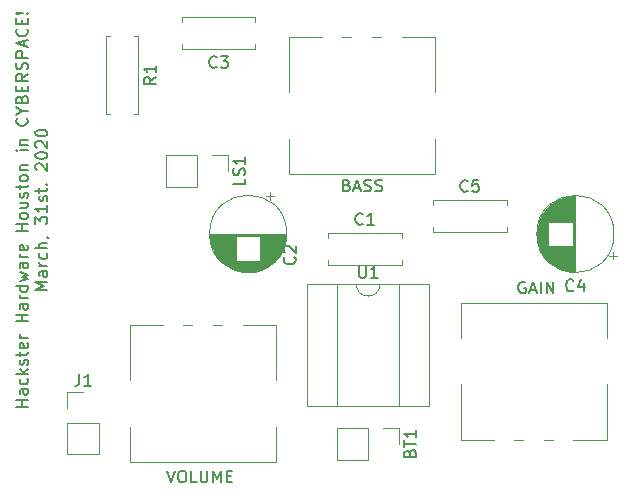
<source format=gbr>
G04 #@! TF.GenerationSoftware,KiCad,Pcbnew,5.1.5-52549c5~84~ubuntu18.04.1*
G04 #@! TF.CreationDate,2020-03-24T22:40:52-05:00*
G04 #@! TF.ProjectId,lm386-guitaramp,6c6d3338-362d-4677-9569-746172616d70,rev?*
G04 #@! TF.SameCoordinates,Original*
G04 #@! TF.FileFunction,Legend,Top*
G04 #@! TF.FilePolarity,Positive*
%FSLAX46Y46*%
G04 Gerber Fmt 4.6, Leading zero omitted, Abs format (unit mm)*
G04 Created by KiCad (PCBNEW 5.1.5-52549c5~84~ubuntu18.04.1) date 2020-03-24 22:40:52*
%MOMM*%
%LPD*%
G04 APERTURE LIST*
%ADD10C,0.150000*%
%ADD11C,0.120000*%
G04 APERTURE END LIST*
D10*
X206891380Y-135030666D02*
X205891380Y-135030666D01*
X206367571Y-135030666D02*
X206367571Y-134459238D01*
X206891380Y-134459238D02*
X205891380Y-134459238D01*
X206891380Y-133554476D02*
X206367571Y-133554476D01*
X206272333Y-133602095D01*
X206224714Y-133697333D01*
X206224714Y-133887809D01*
X206272333Y-133983047D01*
X206843761Y-133554476D02*
X206891380Y-133649714D01*
X206891380Y-133887809D01*
X206843761Y-133983047D01*
X206748523Y-134030666D01*
X206653285Y-134030666D01*
X206558047Y-133983047D01*
X206510428Y-133887809D01*
X206510428Y-133649714D01*
X206462809Y-133554476D01*
X206843761Y-132649714D02*
X206891380Y-132744952D01*
X206891380Y-132935428D01*
X206843761Y-133030666D01*
X206796142Y-133078285D01*
X206700904Y-133125904D01*
X206415190Y-133125904D01*
X206319952Y-133078285D01*
X206272333Y-133030666D01*
X206224714Y-132935428D01*
X206224714Y-132744952D01*
X206272333Y-132649714D01*
X206891380Y-132221142D02*
X205891380Y-132221142D01*
X206510428Y-132125904D02*
X206891380Y-131840190D01*
X206224714Y-131840190D02*
X206605666Y-132221142D01*
X206843761Y-131459238D02*
X206891380Y-131364000D01*
X206891380Y-131173523D01*
X206843761Y-131078285D01*
X206748523Y-131030666D01*
X206700904Y-131030666D01*
X206605666Y-131078285D01*
X206558047Y-131173523D01*
X206558047Y-131316380D01*
X206510428Y-131411619D01*
X206415190Y-131459238D01*
X206367571Y-131459238D01*
X206272333Y-131411619D01*
X206224714Y-131316380D01*
X206224714Y-131173523D01*
X206272333Y-131078285D01*
X206224714Y-130744952D02*
X206224714Y-130364000D01*
X205891380Y-130602095D02*
X206748523Y-130602095D01*
X206843761Y-130554476D01*
X206891380Y-130459238D01*
X206891380Y-130364000D01*
X206843761Y-129649714D02*
X206891380Y-129744952D01*
X206891380Y-129935428D01*
X206843761Y-130030666D01*
X206748523Y-130078285D01*
X206367571Y-130078285D01*
X206272333Y-130030666D01*
X206224714Y-129935428D01*
X206224714Y-129744952D01*
X206272333Y-129649714D01*
X206367571Y-129602095D01*
X206462809Y-129602095D01*
X206558047Y-130078285D01*
X206891380Y-129173523D02*
X206224714Y-129173523D01*
X206415190Y-129173523D02*
X206319952Y-129125904D01*
X206272333Y-129078285D01*
X206224714Y-128983047D01*
X206224714Y-128887809D01*
X206891380Y-127792571D02*
X205891380Y-127792571D01*
X206367571Y-127792571D02*
X206367571Y-127221142D01*
X206891380Y-127221142D02*
X205891380Y-127221142D01*
X206891380Y-126316380D02*
X206367571Y-126316380D01*
X206272333Y-126364000D01*
X206224714Y-126459238D01*
X206224714Y-126649714D01*
X206272333Y-126744952D01*
X206843761Y-126316380D02*
X206891380Y-126411619D01*
X206891380Y-126649714D01*
X206843761Y-126744952D01*
X206748523Y-126792571D01*
X206653285Y-126792571D01*
X206558047Y-126744952D01*
X206510428Y-126649714D01*
X206510428Y-126411619D01*
X206462809Y-126316380D01*
X206891380Y-125840190D02*
X206224714Y-125840190D01*
X206415190Y-125840190D02*
X206319952Y-125792571D01*
X206272333Y-125744952D01*
X206224714Y-125649714D01*
X206224714Y-125554476D01*
X206891380Y-124792571D02*
X205891380Y-124792571D01*
X206843761Y-124792571D02*
X206891380Y-124887809D01*
X206891380Y-125078285D01*
X206843761Y-125173523D01*
X206796142Y-125221142D01*
X206700904Y-125268761D01*
X206415190Y-125268761D01*
X206319952Y-125221142D01*
X206272333Y-125173523D01*
X206224714Y-125078285D01*
X206224714Y-124887809D01*
X206272333Y-124792571D01*
X206224714Y-124411619D02*
X206891380Y-124221142D01*
X206415190Y-124030666D01*
X206891380Y-123840190D01*
X206224714Y-123649714D01*
X206891380Y-122840190D02*
X206367571Y-122840190D01*
X206272333Y-122887809D01*
X206224714Y-122983047D01*
X206224714Y-123173523D01*
X206272333Y-123268761D01*
X206843761Y-122840190D02*
X206891380Y-122935428D01*
X206891380Y-123173523D01*
X206843761Y-123268761D01*
X206748523Y-123316380D01*
X206653285Y-123316380D01*
X206558047Y-123268761D01*
X206510428Y-123173523D01*
X206510428Y-122935428D01*
X206462809Y-122840190D01*
X206891380Y-122364000D02*
X206224714Y-122364000D01*
X206415190Y-122364000D02*
X206319952Y-122316380D01*
X206272333Y-122268761D01*
X206224714Y-122173523D01*
X206224714Y-122078285D01*
X206843761Y-121364000D02*
X206891380Y-121459238D01*
X206891380Y-121649714D01*
X206843761Y-121744952D01*
X206748523Y-121792571D01*
X206367571Y-121792571D01*
X206272333Y-121744952D01*
X206224714Y-121649714D01*
X206224714Y-121459238D01*
X206272333Y-121364000D01*
X206367571Y-121316380D01*
X206462809Y-121316380D01*
X206558047Y-121792571D01*
X206891380Y-120125904D02*
X205891380Y-120125904D01*
X206367571Y-120125904D02*
X206367571Y-119554476D01*
X206891380Y-119554476D02*
X205891380Y-119554476D01*
X206891380Y-118935428D02*
X206843761Y-119030666D01*
X206796142Y-119078285D01*
X206700904Y-119125904D01*
X206415190Y-119125904D01*
X206319952Y-119078285D01*
X206272333Y-119030666D01*
X206224714Y-118935428D01*
X206224714Y-118792571D01*
X206272333Y-118697333D01*
X206319952Y-118649714D01*
X206415190Y-118602095D01*
X206700904Y-118602095D01*
X206796142Y-118649714D01*
X206843761Y-118697333D01*
X206891380Y-118792571D01*
X206891380Y-118935428D01*
X206224714Y-117744952D02*
X206891380Y-117744952D01*
X206224714Y-118173523D02*
X206748523Y-118173523D01*
X206843761Y-118125904D01*
X206891380Y-118030666D01*
X206891380Y-117887809D01*
X206843761Y-117792571D01*
X206796142Y-117744952D01*
X206843761Y-117316380D02*
X206891380Y-117221142D01*
X206891380Y-117030666D01*
X206843761Y-116935428D01*
X206748523Y-116887809D01*
X206700904Y-116887809D01*
X206605666Y-116935428D01*
X206558047Y-117030666D01*
X206558047Y-117173523D01*
X206510428Y-117268761D01*
X206415190Y-117316380D01*
X206367571Y-117316380D01*
X206272333Y-117268761D01*
X206224714Y-117173523D01*
X206224714Y-117030666D01*
X206272333Y-116935428D01*
X206224714Y-116602095D02*
X206224714Y-116221142D01*
X205891380Y-116459238D02*
X206748523Y-116459238D01*
X206843761Y-116411619D01*
X206891380Y-116316380D01*
X206891380Y-116221142D01*
X206891380Y-115744952D02*
X206843761Y-115840190D01*
X206796142Y-115887809D01*
X206700904Y-115935428D01*
X206415190Y-115935428D01*
X206319952Y-115887809D01*
X206272333Y-115840190D01*
X206224714Y-115744952D01*
X206224714Y-115602095D01*
X206272333Y-115506857D01*
X206319952Y-115459238D01*
X206415190Y-115411619D01*
X206700904Y-115411619D01*
X206796142Y-115459238D01*
X206843761Y-115506857D01*
X206891380Y-115602095D01*
X206891380Y-115744952D01*
X206224714Y-114983047D02*
X206891380Y-114983047D01*
X206319952Y-114983047D02*
X206272333Y-114935428D01*
X206224714Y-114840190D01*
X206224714Y-114697333D01*
X206272333Y-114602095D01*
X206367571Y-114554476D01*
X206891380Y-114554476D01*
X206891380Y-113316380D02*
X206224714Y-113316380D01*
X205891380Y-113316380D02*
X205939000Y-113364000D01*
X205986619Y-113316380D01*
X205939000Y-113268761D01*
X205891380Y-113316380D01*
X205986619Y-113316380D01*
X206224714Y-112840190D02*
X206891380Y-112840190D01*
X206319952Y-112840190D02*
X206272333Y-112792571D01*
X206224714Y-112697333D01*
X206224714Y-112554476D01*
X206272333Y-112459238D01*
X206367571Y-112411619D01*
X206891380Y-112411619D01*
X206796142Y-110602095D02*
X206843761Y-110649714D01*
X206891380Y-110792571D01*
X206891380Y-110887809D01*
X206843761Y-111030666D01*
X206748523Y-111125904D01*
X206653285Y-111173523D01*
X206462809Y-111221142D01*
X206319952Y-111221142D01*
X206129476Y-111173523D01*
X206034238Y-111125904D01*
X205939000Y-111030666D01*
X205891380Y-110887809D01*
X205891380Y-110792571D01*
X205939000Y-110649714D01*
X205986619Y-110602095D01*
X206415190Y-109983047D02*
X206891380Y-109983047D01*
X205891380Y-110316380D02*
X206415190Y-109983047D01*
X205891380Y-109649714D01*
X206367571Y-108983047D02*
X206415190Y-108840190D01*
X206462809Y-108792571D01*
X206558047Y-108744952D01*
X206700904Y-108744952D01*
X206796142Y-108792571D01*
X206843761Y-108840190D01*
X206891380Y-108935428D01*
X206891380Y-109316380D01*
X205891380Y-109316380D01*
X205891380Y-108983047D01*
X205939000Y-108887809D01*
X205986619Y-108840190D01*
X206081857Y-108792571D01*
X206177095Y-108792571D01*
X206272333Y-108840190D01*
X206319952Y-108887809D01*
X206367571Y-108983047D01*
X206367571Y-109316380D01*
X206367571Y-108316380D02*
X206367571Y-107983047D01*
X206891380Y-107840190D02*
X206891380Y-108316380D01*
X205891380Y-108316380D01*
X205891380Y-107840190D01*
X206891380Y-106840190D02*
X206415190Y-107173523D01*
X206891380Y-107411619D02*
X205891380Y-107411619D01*
X205891380Y-107030666D01*
X205939000Y-106935428D01*
X205986619Y-106887809D01*
X206081857Y-106840190D01*
X206224714Y-106840190D01*
X206319952Y-106887809D01*
X206367571Y-106935428D01*
X206415190Y-107030666D01*
X206415190Y-107411619D01*
X206843761Y-106459238D02*
X206891380Y-106316380D01*
X206891380Y-106078285D01*
X206843761Y-105983047D01*
X206796142Y-105935428D01*
X206700904Y-105887809D01*
X206605666Y-105887809D01*
X206510428Y-105935428D01*
X206462809Y-105983047D01*
X206415190Y-106078285D01*
X206367571Y-106268761D01*
X206319952Y-106364000D01*
X206272333Y-106411619D01*
X206177095Y-106459238D01*
X206081857Y-106459238D01*
X205986619Y-106411619D01*
X205939000Y-106364000D01*
X205891380Y-106268761D01*
X205891380Y-106030666D01*
X205939000Y-105887809D01*
X206891380Y-105459238D02*
X205891380Y-105459238D01*
X205891380Y-105078285D01*
X205939000Y-104983047D01*
X205986619Y-104935428D01*
X206081857Y-104887809D01*
X206224714Y-104887809D01*
X206319952Y-104935428D01*
X206367571Y-104983047D01*
X206415190Y-105078285D01*
X206415190Y-105459238D01*
X206605666Y-104506857D02*
X206605666Y-104030666D01*
X206891380Y-104602095D02*
X205891380Y-104268761D01*
X206891380Y-103935428D01*
X206796142Y-103030666D02*
X206843761Y-103078285D01*
X206891380Y-103221142D01*
X206891380Y-103316380D01*
X206843761Y-103459238D01*
X206748523Y-103554476D01*
X206653285Y-103602095D01*
X206462809Y-103649714D01*
X206319952Y-103649714D01*
X206129476Y-103602095D01*
X206034238Y-103554476D01*
X205939000Y-103459238D01*
X205891380Y-103316380D01*
X205891380Y-103221142D01*
X205939000Y-103078285D01*
X205986619Y-103030666D01*
X206367571Y-102602095D02*
X206367571Y-102268761D01*
X206891380Y-102125904D02*
X206891380Y-102602095D01*
X205891380Y-102602095D01*
X205891380Y-102125904D01*
X206796142Y-101697333D02*
X206843761Y-101649714D01*
X206891380Y-101697333D01*
X206843761Y-101744952D01*
X206796142Y-101697333D01*
X206891380Y-101697333D01*
X206510428Y-101697333D02*
X205939000Y-101744952D01*
X205891380Y-101697333D01*
X205939000Y-101649714D01*
X206510428Y-101697333D01*
X205891380Y-101697333D01*
X208541380Y-125125904D02*
X207541380Y-125125904D01*
X208255666Y-124792571D01*
X207541380Y-124459238D01*
X208541380Y-124459238D01*
X208541380Y-123554476D02*
X208017571Y-123554476D01*
X207922333Y-123602095D01*
X207874714Y-123697333D01*
X207874714Y-123887809D01*
X207922333Y-123983047D01*
X208493761Y-123554476D02*
X208541380Y-123649714D01*
X208541380Y-123887809D01*
X208493761Y-123983047D01*
X208398523Y-124030666D01*
X208303285Y-124030666D01*
X208208047Y-123983047D01*
X208160428Y-123887809D01*
X208160428Y-123649714D01*
X208112809Y-123554476D01*
X208541380Y-123078285D02*
X207874714Y-123078285D01*
X208065190Y-123078285D02*
X207969952Y-123030666D01*
X207922333Y-122983047D01*
X207874714Y-122887809D01*
X207874714Y-122792571D01*
X208493761Y-122030666D02*
X208541380Y-122125904D01*
X208541380Y-122316380D01*
X208493761Y-122411619D01*
X208446142Y-122459238D01*
X208350904Y-122506857D01*
X208065190Y-122506857D01*
X207969952Y-122459238D01*
X207922333Y-122411619D01*
X207874714Y-122316380D01*
X207874714Y-122125904D01*
X207922333Y-122030666D01*
X208541380Y-121602095D02*
X207541380Y-121602095D01*
X208541380Y-121173523D02*
X208017571Y-121173523D01*
X207922333Y-121221142D01*
X207874714Y-121316380D01*
X207874714Y-121459238D01*
X207922333Y-121554476D01*
X207969952Y-121602095D01*
X208493761Y-120649714D02*
X208541380Y-120649714D01*
X208636619Y-120697333D01*
X208684238Y-120744952D01*
X207541380Y-119554476D02*
X207541380Y-118935428D01*
X207922333Y-119268761D01*
X207922333Y-119125904D01*
X207969952Y-119030666D01*
X208017571Y-118983047D01*
X208112809Y-118935428D01*
X208350904Y-118935428D01*
X208446142Y-118983047D01*
X208493761Y-119030666D01*
X208541380Y-119125904D01*
X208541380Y-119411619D01*
X208493761Y-119506857D01*
X208446142Y-119554476D01*
X208541380Y-117983047D02*
X208541380Y-118554476D01*
X208541380Y-118268761D02*
X207541380Y-118268761D01*
X207684238Y-118364000D01*
X207779476Y-118459238D01*
X207827095Y-118554476D01*
X208493761Y-117602095D02*
X208541380Y-117506857D01*
X208541380Y-117316380D01*
X208493761Y-117221142D01*
X208398523Y-117173523D01*
X208350904Y-117173523D01*
X208255666Y-117221142D01*
X208208047Y-117316380D01*
X208208047Y-117459238D01*
X208160428Y-117554476D01*
X208065190Y-117602095D01*
X208017571Y-117602095D01*
X207922333Y-117554476D01*
X207874714Y-117459238D01*
X207874714Y-117316380D01*
X207922333Y-117221142D01*
X207874714Y-116887809D02*
X207874714Y-116506857D01*
X207541380Y-116744952D02*
X208398523Y-116744952D01*
X208493761Y-116697333D01*
X208541380Y-116602095D01*
X208541380Y-116506857D01*
X208446142Y-116173523D02*
X208493761Y-116125904D01*
X208541380Y-116173523D01*
X208493761Y-116221142D01*
X208446142Y-116173523D01*
X208541380Y-116173523D01*
X207636619Y-114983047D02*
X207589000Y-114935428D01*
X207541380Y-114840190D01*
X207541380Y-114602095D01*
X207589000Y-114506857D01*
X207636619Y-114459238D01*
X207731857Y-114411619D01*
X207827095Y-114411619D01*
X207969952Y-114459238D01*
X208541380Y-115030666D01*
X208541380Y-114411619D01*
X207541380Y-113792571D02*
X207541380Y-113697333D01*
X207589000Y-113602095D01*
X207636619Y-113554476D01*
X207731857Y-113506857D01*
X207922333Y-113459238D01*
X208160428Y-113459238D01*
X208350904Y-113506857D01*
X208446142Y-113554476D01*
X208493761Y-113602095D01*
X208541380Y-113697333D01*
X208541380Y-113792571D01*
X208493761Y-113887809D01*
X208446142Y-113935428D01*
X208350904Y-113983047D01*
X208160428Y-114030666D01*
X207922333Y-114030666D01*
X207731857Y-113983047D01*
X207636619Y-113935428D01*
X207589000Y-113887809D01*
X207541380Y-113792571D01*
X207636619Y-113078285D02*
X207589000Y-113030666D01*
X207541380Y-112935428D01*
X207541380Y-112697333D01*
X207589000Y-112602095D01*
X207636619Y-112554476D01*
X207731857Y-112506857D01*
X207827095Y-112506857D01*
X207969952Y-112554476D01*
X208541380Y-113125904D01*
X208541380Y-112506857D01*
X207541380Y-111887809D02*
X207541380Y-111792571D01*
X207589000Y-111697333D01*
X207636619Y-111649714D01*
X207731857Y-111602095D01*
X207922333Y-111554476D01*
X208160428Y-111554476D01*
X208350904Y-111602095D01*
X208446142Y-111649714D01*
X208493761Y-111697333D01*
X208541380Y-111792571D01*
X208541380Y-111887809D01*
X208493761Y-111983047D01*
X208446142Y-112030666D01*
X208350904Y-112078285D01*
X208160428Y-112125904D01*
X207922333Y-112125904D01*
X207731857Y-112078285D01*
X207636619Y-112030666D01*
X207589000Y-111983047D01*
X207541380Y-111887809D01*
D11*
X233112000Y-136846000D02*
X233112000Y-139506000D01*
X235712000Y-136846000D02*
X233112000Y-136846000D01*
X235712000Y-139506000D02*
X233112000Y-139506000D01*
X235712000Y-136846000D02*
X235712000Y-139506000D01*
X236982000Y-136846000D02*
X238312000Y-136846000D01*
X238312000Y-136846000D02*
X238312000Y-138176000D01*
X238538000Y-122591000D02*
X238538000Y-123036000D01*
X238538000Y-120296000D02*
X238538000Y-120741000D01*
X232298000Y-122591000D02*
X232298000Y-123036000D01*
X232298000Y-120296000D02*
X232298000Y-120741000D01*
X232298000Y-123036000D02*
X238538000Y-123036000D01*
X232298000Y-120296000D02*
X238538000Y-120296000D01*
X226172000Y-104748000D02*
X219932000Y-104748000D01*
X226172000Y-102008000D02*
X219932000Y-102008000D01*
X226172000Y-104748000D02*
X226172000Y-104303000D01*
X226172000Y-102453000D02*
X226172000Y-102008000D01*
X219932000Y-104748000D02*
X219932000Y-104303000D01*
X219932000Y-102453000D02*
X219932000Y-102008000D01*
X241188000Y-117502000D02*
X247428000Y-117502000D01*
X241188000Y-120242000D02*
X247428000Y-120242000D01*
X241188000Y-117502000D02*
X241188000Y-117947000D01*
X241188000Y-119797000D02*
X241188000Y-120242000D01*
X247428000Y-117502000D02*
X247428000Y-117947000D01*
X247428000Y-119797000D02*
X247428000Y-120242000D01*
X210252000Y-138998000D02*
X212912000Y-138998000D01*
X210252000Y-136398000D02*
X210252000Y-138998000D01*
X212912000Y-136398000D02*
X212912000Y-138998000D01*
X210252000Y-136398000D02*
X212912000Y-136398000D01*
X210252000Y-135128000D02*
X210252000Y-133798000D01*
X210252000Y-133798000D02*
X211582000Y-133798000D01*
X223834000Y-113732000D02*
X223834000Y-115062000D01*
X222504000Y-113732000D02*
X223834000Y-113732000D01*
X221234000Y-113732000D02*
X221234000Y-116392000D01*
X221234000Y-116392000D02*
X218634000Y-116392000D01*
X221234000Y-113732000D02*
X218634000Y-113732000D01*
X218634000Y-113732000D02*
X218634000Y-116392000D01*
X236712000Y-124654000D02*
G75*
G02X234712000Y-124654000I-1000000J0D01*
G01*
X234712000Y-124654000D02*
X233062000Y-124654000D01*
X233062000Y-124654000D02*
X233062000Y-134934000D01*
X233062000Y-134934000D02*
X238362000Y-134934000D01*
X238362000Y-134934000D02*
X238362000Y-124654000D01*
X238362000Y-124654000D02*
X236712000Y-124654000D01*
X230572000Y-124594000D02*
X230572000Y-134994000D01*
X230572000Y-134994000D02*
X240852000Y-134994000D01*
X240852000Y-134994000D02*
X240852000Y-124594000D01*
X240852000Y-124594000D02*
X230572000Y-124594000D01*
X241334000Y-103750000D02*
X241334000Y-108416000D01*
X241334000Y-112325000D02*
X241334000Y-115340000D01*
X228994000Y-103750000D02*
X228994000Y-108416000D01*
X228994000Y-112325000D02*
X228994000Y-115340000D01*
X241334000Y-103750000D02*
X238535000Y-103750000D01*
X236793000Y-103750000D02*
X236034000Y-103750000D01*
X234293000Y-103750000D02*
X233534000Y-103750000D01*
X231794000Y-103750000D02*
X228994000Y-103750000D01*
X241334000Y-115340000D02*
X228994000Y-115340000D01*
X228822000Y-120376000D02*
G75*
G03X228822000Y-120376000I-3270000J0D01*
G01*
X228782000Y-120376000D02*
X222322000Y-120376000D01*
X228782000Y-120416000D02*
X222322000Y-120416000D01*
X228782000Y-120456000D02*
X222322000Y-120456000D01*
X228780000Y-120496000D02*
X222324000Y-120496000D01*
X228779000Y-120536000D02*
X222325000Y-120536000D01*
X228776000Y-120576000D02*
X222328000Y-120576000D01*
X228774000Y-120616000D02*
X226592000Y-120616000D01*
X224512000Y-120616000D02*
X222330000Y-120616000D01*
X228770000Y-120656000D02*
X226592000Y-120656000D01*
X224512000Y-120656000D02*
X222334000Y-120656000D01*
X228767000Y-120696000D02*
X226592000Y-120696000D01*
X224512000Y-120696000D02*
X222337000Y-120696000D01*
X228763000Y-120736000D02*
X226592000Y-120736000D01*
X224512000Y-120736000D02*
X222341000Y-120736000D01*
X228758000Y-120776000D02*
X226592000Y-120776000D01*
X224512000Y-120776000D02*
X222346000Y-120776000D01*
X228753000Y-120816000D02*
X226592000Y-120816000D01*
X224512000Y-120816000D02*
X222351000Y-120816000D01*
X228747000Y-120856000D02*
X226592000Y-120856000D01*
X224512000Y-120856000D02*
X222357000Y-120856000D01*
X228741000Y-120896000D02*
X226592000Y-120896000D01*
X224512000Y-120896000D02*
X222363000Y-120896000D01*
X228734000Y-120936000D02*
X226592000Y-120936000D01*
X224512000Y-120936000D02*
X222370000Y-120936000D01*
X228727000Y-120976000D02*
X226592000Y-120976000D01*
X224512000Y-120976000D02*
X222377000Y-120976000D01*
X228719000Y-121016000D02*
X226592000Y-121016000D01*
X224512000Y-121016000D02*
X222385000Y-121016000D01*
X228711000Y-121056000D02*
X226592000Y-121056000D01*
X224512000Y-121056000D02*
X222393000Y-121056000D01*
X228702000Y-121097000D02*
X226592000Y-121097000D01*
X224512000Y-121097000D02*
X222402000Y-121097000D01*
X228693000Y-121137000D02*
X226592000Y-121137000D01*
X224512000Y-121137000D02*
X222411000Y-121137000D01*
X228683000Y-121177000D02*
X226592000Y-121177000D01*
X224512000Y-121177000D02*
X222421000Y-121177000D01*
X228673000Y-121217000D02*
X226592000Y-121217000D01*
X224512000Y-121217000D02*
X222431000Y-121217000D01*
X228662000Y-121257000D02*
X226592000Y-121257000D01*
X224512000Y-121257000D02*
X222442000Y-121257000D01*
X228650000Y-121297000D02*
X226592000Y-121297000D01*
X224512000Y-121297000D02*
X222454000Y-121297000D01*
X228638000Y-121337000D02*
X226592000Y-121337000D01*
X224512000Y-121337000D02*
X222466000Y-121337000D01*
X228626000Y-121377000D02*
X226592000Y-121377000D01*
X224512000Y-121377000D02*
X222478000Y-121377000D01*
X228613000Y-121417000D02*
X226592000Y-121417000D01*
X224512000Y-121417000D02*
X222491000Y-121417000D01*
X228599000Y-121457000D02*
X226592000Y-121457000D01*
X224512000Y-121457000D02*
X222505000Y-121457000D01*
X228585000Y-121497000D02*
X226592000Y-121497000D01*
X224512000Y-121497000D02*
X222519000Y-121497000D01*
X228570000Y-121537000D02*
X226592000Y-121537000D01*
X224512000Y-121537000D02*
X222534000Y-121537000D01*
X228554000Y-121577000D02*
X226592000Y-121577000D01*
X224512000Y-121577000D02*
X222550000Y-121577000D01*
X228538000Y-121617000D02*
X226592000Y-121617000D01*
X224512000Y-121617000D02*
X222566000Y-121617000D01*
X228522000Y-121657000D02*
X226592000Y-121657000D01*
X224512000Y-121657000D02*
X222582000Y-121657000D01*
X228504000Y-121697000D02*
X226592000Y-121697000D01*
X224512000Y-121697000D02*
X222600000Y-121697000D01*
X228486000Y-121737000D02*
X226592000Y-121737000D01*
X224512000Y-121737000D02*
X222618000Y-121737000D01*
X228468000Y-121777000D02*
X226592000Y-121777000D01*
X224512000Y-121777000D02*
X222636000Y-121777000D01*
X228448000Y-121817000D02*
X226592000Y-121817000D01*
X224512000Y-121817000D02*
X222656000Y-121817000D01*
X228428000Y-121857000D02*
X226592000Y-121857000D01*
X224512000Y-121857000D02*
X222676000Y-121857000D01*
X228408000Y-121897000D02*
X226592000Y-121897000D01*
X224512000Y-121897000D02*
X222696000Y-121897000D01*
X228386000Y-121937000D02*
X226592000Y-121937000D01*
X224512000Y-121937000D02*
X222718000Y-121937000D01*
X228364000Y-121977000D02*
X226592000Y-121977000D01*
X224512000Y-121977000D02*
X222740000Y-121977000D01*
X228342000Y-122017000D02*
X226592000Y-122017000D01*
X224512000Y-122017000D02*
X222762000Y-122017000D01*
X228318000Y-122057000D02*
X226592000Y-122057000D01*
X224512000Y-122057000D02*
X222786000Y-122057000D01*
X228294000Y-122097000D02*
X226592000Y-122097000D01*
X224512000Y-122097000D02*
X222810000Y-122097000D01*
X228268000Y-122137000D02*
X226592000Y-122137000D01*
X224512000Y-122137000D02*
X222836000Y-122137000D01*
X228242000Y-122177000D02*
X226592000Y-122177000D01*
X224512000Y-122177000D02*
X222862000Y-122177000D01*
X228216000Y-122217000D02*
X226592000Y-122217000D01*
X224512000Y-122217000D02*
X222888000Y-122217000D01*
X228188000Y-122257000D02*
X226592000Y-122257000D01*
X224512000Y-122257000D02*
X222916000Y-122257000D01*
X228159000Y-122297000D02*
X226592000Y-122297000D01*
X224512000Y-122297000D02*
X222945000Y-122297000D01*
X228130000Y-122337000D02*
X226592000Y-122337000D01*
X224512000Y-122337000D02*
X222974000Y-122337000D01*
X228100000Y-122377000D02*
X226592000Y-122377000D01*
X224512000Y-122377000D02*
X223004000Y-122377000D01*
X228068000Y-122417000D02*
X226592000Y-122417000D01*
X224512000Y-122417000D02*
X223036000Y-122417000D01*
X228036000Y-122457000D02*
X226592000Y-122457000D01*
X224512000Y-122457000D02*
X223068000Y-122457000D01*
X228002000Y-122497000D02*
X226592000Y-122497000D01*
X224512000Y-122497000D02*
X223102000Y-122497000D01*
X227968000Y-122537000D02*
X226592000Y-122537000D01*
X224512000Y-122537000D02*
X223136000Y-122537000D01*
X227932000Y-122577000D02*
X226592000Y-122577000D01*
X224512000Y-122577000D02*
X223172000Y-122577000D01*
X227895000Y-122617000D02*
X226592000Y-122617000D01*
X224512000Y-122617000D02*
X223209000Y-122617000D01*
X227857000Y-122657000D02*
X226592000Y-122657000D01*
X224512000Y-122657000D02*
X223247000Y-122657000D01*
X227817000Y-122697000D02*
X223287000Y-122697000D01*
X227776000Y-122737000D02*
X223328000Y-122737000D01*
X227734000Y-122777000D02*
X223370000Y-122777000D01*
X227689000Y-122817000D02*
X223415000Y-122817000D01*
X227644000Y-122857000D02*
X223460000Y-122857000D01*
X227596000Y-122897000D02*
X223508000Y-122897000D01*
X227547000Y-122937000D02*
X223557000Y-122937000D01*
X227496000Y-122977000D02*
X223608000Y-122977000D01*
X227442000Y-123017000D02*
X223662000Y-123017000D01*
X227386000Y-123057000D02*
X223718000Y-123057000D01*
X227328000Y-123097000D02*
X223776000Y-123097000D01*
X227266000Y-123137000D02*
X223838000Y-123137000D01*
X227202000Y-123177000D02*
X223902000Y-123177000D01*
X227133000Y-123217000D02*
X223971000Y-123217000D01*
X227061000Y-123257000D02*
X224043000Y-123257000D01*
X226984000Y-123297000D02*
X224120000Y-123297000D01*
X226902000Y-123337000D02*
X224202000Y-123337000D01*
X226814000Y-123377000D02*
X224290000Y-123377000D01*
X226717000Y-123417000D02*
X224387000Y-123417000D01*
X226611000Y-123457000D02*
X224493000Y-123457000D01*
X226492000Y-123497000D02*
X224612000Y-123497000D01*
X226354000Y-123537000D02*
X224750000Y-123537000D01*
X226185000Y-123577000D02*
X224919000Y-123577000D01*
X225954000Y-123617000D02*
X225150000Y-123617000D01*
X227391000Y-116875759D02*
X227391000Y-117505759D01*
X227706000Y-117190759D02*
X227076000Y-117190759D01*
X256443241Y-122550000D02*
X256443241Y-121920000D01*
X256758241Y-122235000D02*
X256128241Y-122235000D01*
X250017000Y-120798000D02*
X250017000Y-119994000D01*
X250057000Y-121029000D02*
X250057000Y-119763000D01*
X250097000Y-121198000D02*
X250097000Y-119594000D01*
X250137000Y-121336000D02*
X250137000Y-119456000D01*
X250177000Y-121455000D02*
X250177000Y-119337000D01*
X250217000Y-121561000D02*
X250217000Y-119231000D01*
X250257000Y-121658000D02*
X250257000Y-119134000D01*
X250297000Y-121746000D02*
X250297000Y-119046000D01*
X250337000Y-121828000D02*
X250337000Y-118964000D01*
X250377000Y-121905000D02*
X250377000Y-118887000D01*
X250417000Y-121977000D02*
X250417000Y-118815000D01*
X250457000Y-122046000D02*
X250457000Y-118746000D01*
X250497000Y-122110000D02*
X250497000Y-118682000D01*
X250537000Y-122172000D02*
X250537000Y-118620000D01*
X250577000Y-122230000D02*
X250577000Y-118562000D01*
X250617000Y-122286000D02*
X250617000Y-118506000D01*
X250657000Y-122340000D02*
X250657000Y-118452000D01*
X250697000Y-122391000D02*
X250697000Y-118401000D01*
X250737000Y-122440000D02*
X250737000Y-118352000D01*
X250777000Y-122488000D02*
X250777000Y-118304000D01*
X250817000Y-122533000D02*
X250817000Y-118259000D01*
X250857000Y-122578000D02*
X250857000Y-118214000D01*
X250897000Y-122620000D02*
X250897000Y-118172000D01*
X250937000Y-122661000D02*
X250937000Y-118131000D01*
X250977000Y-119356000D02*
X250977000Y-118091000D01*
X250977000Y-122701000D02*
X250977000Y-121436000D01*
X251017000Y-119356000D02*
X251017000Y-118053000D01*
X251017000Y-122739000D02*
X251017000Y-121436000D01*
X251057000Y-119356000D02*
X251057000Y-118016000D01*
X251057000Y-122776000D02*
X251057000Y-121436000D01*
X251097000Y-119356000D02*
X251097000Y-117980000D01*
X251097000Y-122812000D02*
X251097000Y-121436000D01*
X251137000Y-119356000D02*
X251137000Y-117946000D01*
X251137000Y-122846000D02*
X251137000Y-121436000D01*
X251177000Y-119356000D02*
X251177000Y-117912000D01*
X251177000Y-122880000D02*
X251177000Y-121436000D01*
X251217000Y-119356000D02*
X251217000Y-117880000D01*
X251217000Y-122912000D02*
X251217000Y-121436000D01*
X251257000Y-119356000D02*
X251257000Y-117848000D01*
X251257000Y-122944000D02*
X251257000Y-121436000D01*
X251297000Y-119356000D02*
X251297000Y-117818000D01*
X251297000Y-122974000D02*
X251297000Y-121436000D01*
X251337000Y-119356000D02*
X251337000Y-117789000D01*
X251337000Y-123003000D02*
X251337000Y-121436000D01*
X251377000Y-119356000D02*
X251377000Y-117760000D01*
X251377000Y-123032000D02*
X251377000Y-121436000D01*
X251417000Y-119356000D02*
X251417000Y-117732000D01*
X251417000Y-123060000D02*
X251417000Y-121436000D01*
X251457000Y-119356000D02*
X251457000Y-117706000D01*
X251457000Y-123086000D02*
X251457000Y-121436000D01*
X251497000Y-119356000D02*
X251497000Y-117680000D01*
X251497000Y-123112000D02*
X251497000Y-121436000D01*
X251537000Y-119356000D02*
X251537000Y-117654000D01*
X251537000Y-123138000D02*
X251537000Y-121436000D01*
X251577000Y-119356000D02*
X251577000Y-117630000D01*
X251577000Y-123162000D02*
X251577000Y-121436000D01*
X251617000Y-119356000D02*
X251617000Y-117606000D01*
X251617000Y-123186000D02*
X251617000Y-121436000D01*
X251657000Y-119356000D02*
X251657000Y-117584000D01*
X251657000Y-123208000D02*
X251657000Y-121436000D01*
X251697000Y-119356000D02*
X251697000Y-117562000D01*
X251697000Y-123230000D02*
X251697000Y-121436000D01*
X251737000Y-119356000D02*
X251737000Y-117540000D01*
X251737000Y-123252000D02*
X251737000Y-121436000D01*
X251777000Y-119356000D02*
X251777000Y-117520000D01*
X251777000Y-123272000D02*
X251777000Y-121436000D01*
X251817000Y-119356000D02*
X251817000Y-117500000D01*
X251817000Y-123292000D02*
X251817000Y-121436000D01*
X251857000Y-119356000D02*
X251857000Y-117480000D01*
X251857000Y-123312000D02*
X251857000Y-121436000D01*
X251897000Y-119356000D02*
X251897000Y-117462000D01*
X251897000Y-123330000D02*
X251897000Y-121436000D01*
X251937000Y-119356000D02*
X251937000Y-117444000D01*
X251937000Y-123348000D02*
X251937000Y-121436000D01*
X251977000Y-119356000D02*
X251977000Y-117426000D01*
X251977000Y-123366000D02*
X251977000Y-121436000D01*
X252017000Y-119356000D02*
X252017000Y-117410000D01*
X252017000Y-123382000D02*
X252017000Y-121436000D01*
X252057000Y-119356000D02*
X252057000Y-117394000D01*
X252057000Y-123398000D02*
X252057000Y-121436000D01*
X252097000Y-119356000D02*
X252097000Y-117378000D01*
X252097000Y-123414000D02*
X252097000Y-121436000D01*
X252137000Y-119356000D02*
X252137000Y-117363000D01*
X252137000Y-123429000D02*
X252137000Y-121436000D01*
X252177000Y-119356000D02*
X252177000Y-117349000D01*
X252177000Y-123443000D02*
X252177000Y-121436000D01*
X252217000Y-119356000D02*
X252217000Y-117335000D01*
X252217000Y-123457000D02*
X252217000Y-121436000D01*
X252257000Y-119356000D02*
X252257000Y-117322000D01*
X252257000Y-123470000D02*
X252257000Y-121436000D01*
X252297000Y-119356000D02*
X252297000Y-117310000D01*
X252297000Y-123482000D02*
X252297000Y-121436000D01*
X252337000Y-119356000D02*
X252337000Y-117298000D01*
X252337000Y-123494000D02*
X252337000Y-121436000D01*
X252377000Y-119356000D02*
X252377000Y-117286000D01*
X252377000Y-123506000D02*
X252377000Y-121436000D01*
X252417000Y-119356000D02*
X252417000Y-117275000D01*
X252417000Y-123517000D02*
X252417000Y-121436000D01*
X252457000Y-119356000D02*
X252457000Y-117265000D01*
X252457000Y-123527000D02*
X252457000Y-121436000D01*
X252497000Y-119356000D02*
X252497000Y-117255000D01*
X252497000Y-123537000D02*
X252497000Y-121436000D01*
X252537000Y-119356000D02*
X252537000Y-117246000D01*
X252537000Y-123546000D02*
X252537000Y-121436000D01*
X252578000Y-119356000D02*
X252578000Y-117237000D01*
X252578000Y-123555000D02*
X252578000Y-121436000D01*
X252618000Y-119356000D02*
X252618000Y-117229000D01*
X252618000Y-123563000D02*
X252618000Y-121436000D01*
X252658000Y-119356000D02*
X252658000Y-117221000D01*
X252658000Y-123571000D02*
X252658000Y-121436000D01*
X252698000Y-119356000D02*
X252698000Y-117214000D01*
X252698000Y-123578000D02*
X252698000Y-121436000D01*
X252738000Y-119356000D02*
X252738000Y-117207000D01*
X252738000Y-123585000D02*
X252738000Y-121436000D01*
X252778000Y-119356000D02*
X252778000Y-117201000D01*
X252778000Y-123591000D02*
X252778000Y-121436000D01*
X252818000Y-119356000D02*
X252818000Y-117195000D01*
X252818000Y-123597000D02*
X252818000Y-121436000D01*
X252858000Y-119356000D02*
X252858000Y-117190000D01*
X252858000Y-123602000D02*
X252858000Y-121436000D01*
X252898000Y-119356000D02*
X252898000Y-117185000D01*
X252898000Y-123607000D02*
X252898000Y-121436000D01*
X252938000Y-119356000D02*
X252938000Y-117181000D01*
X252938000Y-123611000D02*
X252938000Y-121436000D01*
X252978000Y-119356000D02*
X252978000Y-117178000D01*
X252978000Y-123614000D02*
X252978000Y-121436000D01*
X253018000Y-119356000D02*
X253018000Y-117174000D01*
X253018000Y-123618000D02*
X253018000Y-121436000D01*
X253058000Y-123620000D02*
X253058000Y-117172000D01*
X253098000Y-123623000D02*
X253098000Y-117169000D01*
X253138000Y-123624000D02*
X253138000Y-117168000D01*
X253178000Y-123626000D02*
X253178000Y-117166000D01*
X253218000Y-123626000D02*
X253218000Y-117166000D01*
X253258000Y-123626000D02*
X253258000Y-117166000D01*
X256528000Y-120396000D02*
G75*
G03X256528000Y-120396000I-3270000J0D01*
G01*
X243552000Y-137804000D02*
X243552000Y-133138000D01*
X243552000Y-129229000D02*
X243552000Y-126214000D01*
X255892000Y-137804000D02*
X255892000Y-133138000D01*
X255892000Y-129229000D02*
X255892000Y-126214000D01*
X243552000Y-137804000D02*
X246351000Y-137804000D01*
X248093000Y-137804000D02*
X248852000Y-137804000D01*
X250593000Y-137804000D02*
X251352000Y-137804000D01*
X253092000Y-137804000D02*
X255892000Y-137804000D01*
X243552000Y-126214000D02*
X255892000Y-126214000D01*
X227872000Y-139724000D02*
X215532000Y-139724000D01*
X218332000Y-128134000D02*
X215532000Y-128134000D01*
X220831000Y-128134000D02*
X220072000Y-128134000D01*
X223331000Y-128134000D02*
X222572000Y-128134000D01*
X227872000Y-128134000D02*
X225073000Y-128134000D01*
X215532000Y-136709000D02*
X215532000Y-139724000D01*
X215532000Y-128134000D02*
X215532000Y-132800000D01*
X227872000Y-136709000D02*
X227872000Y-139724000D01*
X227872000Y-128134000D02*
X227872000Y-132800000D01*
X215924000Y-103664000D02*
X216254000Y-103664000D01*
X216254000Y-103664000D02*
X216254000Y-110204000D01*
X216254000Y-110204000D02*
X215924000Y-110204000D01*
X213844000Y-103664000D02*
X213514000Y-103664000D01*
X213514000Y-103664000D02*
X213514000Y-110204000D01*
X213514000Y-110204000D02*
X213844000Y-110204000D01*
D10*
X239240571Y-138961714D02*
X239288190Y-138818857D01*
X239335809Y-138771238D01*
X239431047Y-138723619D01*
X239573904Y-138723619D01*
X239669142Y-138771238D01*
X239716761Y-138818857D01*
X239764380Y-138914095D01*
X239764380Y-139295047D01*
X238764380Y-139295047D01*
X238764380Y-138961714D01*
X238812000Y-138866476D01*
X238859619Y-138818857D01*
X238954857Y-138771238D01*
X239050095Y-138771238D01*
X239145333Y-138818857D01*
X239192952Y-138866476D01*
X239240571Y-138961714D01*
X239240571Y-139295047D01*
X238764380Y-138437904D02*
X238764380Y-137866476D01*
X239764380Y-138152190D02*
X238764380Y-138152190D01*
X239764380Y-137009333D02*
X239764380Y-137580761D01*
X239764380Y-137295047D02*
X238764380Y-137295047D01*
X238907238Y-137390285D01*
X239002476Y-137485523D01*
X239050095Y-137580761D01*
X235251333Y-119523142D02*
X235203714Y-119570761D01*
X235060857Y-119618380D01*
X234965619Y-119618380D01*
X234822761Y-119570761D01*
X234727523Y-119475523D01*
X234679904Y-119380285D01*
X234632285Y-119189809D01*
X234632285Y-119046952D01*
X234679904Y-118856476D01*
X234727523Y-118761238D01*
X234822761Y-118666000D01*
X234965619Y-118618380D01*
X235060857Y-118618380D01*
X235203714Y-118666000D01*
X235251333Y-118713619D01*
X236203714Y-119618380D02*
X235632285Y-119618380D01*
X235918000Y-119618380D02*
X235918000Y-118618380D01*
X235822761Y-118761238D01*
X235727523Y-118856476D01*
X235632285Y-118904095D01*
X222885333Y-106235142D02*
X222837714Y-106282761D01*
X222694857Y-106330380D01*
X222599619Y-106330380D01*
X222456761Y-106282761D01*
X222361523Y-106187523D01*
X222313904Y-106092285D01*
X222266285Y-105901809D01*
X222266285Y-105758952D01*
X222313904Y-105568476D01*
X222361523Y-105473238D01*
X222456761Y-105378000D01*
X222599619Y-105330380D01*
X222694857Y-105330380D01*
X222837714Y-105378000D01*
X222885333Y-105425619D01*
X223218666Y-105330380D02*
X223837714Y-105330380D01*
X223504380Y-105711333D01*
X223647238Y-105711333D01*
X223742476Y-105758952D01*
X223790095Y-105806571D01*
X223837714Y-105901809D01*
X223837714Y-106139904D01*
X223790095Y-106235142D01*
X223742476Y-106282761D01*
X223647238Y-106330380D01*
X223361523Y-106330380D01*
X223266285Y-106282761D01*
X223218666Y-106235142D01*
X244141333Y-116729142D02*
X244093714Y-116776761D01*
X243950857Y-116824380D01*
X243855619Y-116824380D01*
X243712761Y-116776761D01*
X243617523Y-116681523D01*
X243569904Y-116586285D01*
X243522285Y-116395809D01*
X243522285Y-116252952D01*
X243569904Y-116062476D01*
X243617523Y-115967238D01*
X243712761Y-115872000D01*
X243855619Y-115824380D01*
X243950857Y-115824380D01*
X244093714Y-115872000D01*
X244141333Y-115919619D01*
X245046095Y-115824380D02*
X244569904Y-115824380D01*
X244522285Y-116300571D01*
X244569904Y-116252952D01*
X244665142Y-116205333D01*
X244903238Y-116205333D01*
X244998476Y-116252952D01*
X245046095Y-116300571D01*
X245093714Y-116395809D01*
X245093714Y-116633904D01*
X245046095Y-116729142D01*
X244998476Y-116776761D01*
X244903238Y-116824380D01*
X244665142Y-116824380D01*
X244569904Y-116776761D01*
X244522285Y-116729142D01*
X211248666Y-132250380D02*
X211248666Y-132964666D01*
X211201047Y-133107523D01*
X211105809Y-133202761D01*
X210962952Y-133250380D01*
X210867714Y-133250380D01*
X212248666Y-133250380D02*
X211677238Y-133250380D01*
X211962952Y-133250380D02*
X211962952Y-132250380D01*
X211867714Y-132393238D01*
X211772476Y-132488476D01*
X211677238Y-132536095D01*
X225286380Y-115704857D02*
X225286380Y-116181047D01*
X224286380Y-116181047D01*
X225238761Y-115419142D02*
X225286380Y-115276285D01*
X225286380Y-115038190D01*
X225238761Y-114942952D01*
X225191142Y-114895333D01*
X225095904Y-114847714D01*
X225000666Y-114847714D01*
X224905428Y-114895333D01*
X224857809Y-114942952D01*
X224810190Y-115038190D01*
X224762571Y-115228666D01*
X224714952Y-115323904D01*
X224667333Y-115371523D01*
X224572095Y-115419142D01*
X224476857Y-115419142D01*
X224381619Y-115371523D01*
X224334000Y-115323904D01*
X224286380Y-115228666D01*
X224286380Y-114990571D01*
X224334000Y-114847714D01*
X225286380Y-113895333D02*
X225286380Y-114466761D01*
X225286380Y-114181047D02*
X224286380Y-114181047D01*
X224429238Y-114276285D01*
X224524476Y-114371523D01*
X224572095Y-114466761D01*
X234950095Y-123106380D02*
X234950095Y-123915904D01*
X234997714Y-124011142D01*
X235045333Y-124058761D01*
X235140571Y-124106380D01*
X235331047Y-124106380D01*
X235426285Y-124058761D01*
X235473904Y-124011142D01*
X235521523Y-123915904D01*
X235521523Y-123106380D01*
X236521523Y-124106380D02*
X235950095Y-124106380D01*
X236235809Y-124106380D02*
X236235809Y-123106380D01*
X236140571Y-123249238D01*
X236045333Y-123344476D01*
X235950095Y-123392095D01*
X233894476Y-116260571D02*
X234037333Y-116308190D01*
X234084952Y-116355809D01*
X234132571Y-116451047D01*
X234132571Y-116593904D01*
X234084952Y-116689142D01*
X234037333Y-116736761D01*
X233942095Y-116784380D01*
X233561142Y-116784380D01*
X233561142Y-115784380D01*
X233894476Y-115784380D01*
X233989714Y-115832000D01*
X234037333Y-115879619D01*
X234084952Y-115974857D01*
X234084952Y-116070095D01*
X234037333Y-116165333D01*
X233989714Y-116212952D01*
X233894476Y-116260571D01*
X233561142Y-116260571D01*
X234513523Y-116498666D02*
X234989714Y-116498666D01*
X234418285Y-116784380D02*
X234751619Y-115784380D01*
X235084952Y-116784380D01*
X235370666Y-116736761D02*
X235513523Y-116784380D01*
X235751619Y-116784380D01*
X235846857Y-116736761D01*
X235894476Y-116689142D01*
X235942095Y-116593904D01*
X235942095Y-116498666D01*
X235894476Y-116403428D01*
X235846857Y-116355809D01*
X235751619Y-116308190D01*
X235561142Y-116260571D01*
X235465904Y-116212952D01*
X235418285Y-116165333D01*
X235370666Y-116070095D01*
X235370666Y-115974857D01*
X235418285Y-115879619D01*
X235465904Y-115832000D01*
X235561142Y-115784380D01*
X235799238Y-115784380D01*
X235942095Y-115832000D01*
X236323047Y-116736761D02*
X236465904Y-116784380D01*
X236704000Y-116784380D01*
X236799238Y-116736761D01*
X236846857Y-116689142D01*
X236894476Y-116593904D01*
X236894476Y-116498666D01*
X236846857Y-116403428D01*
X236799238Y-116355809D01*
X236704000Y-116308190D01*
X236513523Y-116260571D01*
X236418285Y-116212952D01*
X236370666Y-116165333D01*
X236323047Y-116070095D01*
X236323047Y-115974857D01*
X236370666Y-115879619D01*
X236418285Y-115832000D01*
X236513523Y-115784380D01*
X236751619Y-115784380D01*
X236894476Y-115832000D01*
X229465142Y-122340666D02*
X229512761Y-122388285D01*
X229560380Y-122531142D01*
X229560380Y-122626380D01*
X229512761Y-122769238D01*
X229417523Y-122864476D01*
X229322285Y-122912095D01*
X229131809Y-122959714D01*
X228988952Y-122959714D01*
X228798476Y-122912095D01*
X228703238Y-122864476D01*
X228608000Y-122769238D01*
X228560380Y-122626380D01*
X228560380Y-122531142D01*
X228608000Y-122388285D01*
X228655619Y-122340666D01*
X228655619Y-121959714D02*
X228608000Y-121912095D01*
X228560380Y-121816857D01*
X228560380Y-121578761D01*
X228608000Y-121483523D01*
X228655619Y-121435904D01*
X228750857Y-121388285D01*
X228846095Y-121388285D01*
X228988952Y-121435904D01*
X229560380Y-122007333D01*
X229560380Y-121388285D01*
X253091333Y-125153142D02*
X253043714Y-125200761D01*
X252900857Y-125248380D01*
X252805619Y-125248380D01*
X252662761Y-125200761D01*
X252567523Y-125105523D01*
X252519904Y-125010285D01*
X252472285Y-124819809D01*
X252472285Y-124676952D01*
X252519904Y-124486476D01*
X252567523Y-124391238D01*
X252662761Y-124296000D01*
X252805619Y-124248380D01*
X252900857Y-124248380D01*
X253043714Y-124296000D01*
X253091333Y-124343619D01*
X253948476Y-124581714D02*
X253948476Y-125248380D01*
X253710380Y-124200761D02*
X253472285Y-124915047D01*
X254091333Y-124915047D01*
X249007428Y-124468000D02*
X248912190Y-124420380D01*
X248769333Y-124420380D01*
X248626476Y-124468000D01*
X248531238Y-124563238D01*
X248483619Y-124658476D01*
X248436000Y-124848952D01*
X248436000Y-124991809D01*
X248483619Y-125182285D01*
X248531238Y-125277523D01*
X248626476Y-125372761D01*
X248769333Y-125420380D01*
X248864571Y-125420380D01*
X249007428Y-125372761D01*
X249055047Y-125325142D01*
X249055047Y-124991809D01*
X248864571Y-124991809D01*
X249436000Y-125134666D02*
X249912190Y-125134666D01*
X249340761Y-125420380D02*
X249674095Y-124420380D01*
X250007428Y-125420380D01*
X250340761Y-125420380D02*
X250340761Y-124420380D01*
X250816952Y-125420380D02*
X250816952Y-124420380D01*
X251388380Y-125420380D01*
X251388380Y-124420380D01*
X218678476Y-140422380D02*
X219011809Y-141422380D01*
X219345142Y-140422380D01*
X219868952Y-140422380D02*
X220059428Y-140422380D01*
X220154666Y-140470000D01*
X220249904Y-140565238D01*
X220297523Y-140755714D01*
X220297523Y-141089047D01*
X220249904Y-141279523D01*
X220154666Y-141374761D01*
X220059428Y-141422380D01*
X219868952Y-141422380D01*
X219773714Y-141374761D01*
X219678476Y-141279523D01*
X219630857Y-141089047D01*
X219630857Y-140755714D01*
X219678476Y-140565238D01*
X219773714Y-140470000D01*
X219868952Y-140422380D01*
X221202285Y-141422380D02*
X220726095Y-141422380D01*
X220726095Y-140422380D01*
X221535619Y-140422380D02*
X221535619Y-141231904D01*
X221583238Y-141327142D01*
X221630857Y-141374761D01*
X221726095Y-141422380D01*
X221916571Y-141422380D01*
X222011809Y-141374761D01*
X222059428Y-141327142D01*
X222107047Y-141231904D01*
X222107047Y-140422380D01*
X222583238Y-141422380D02*
X222583238Y-140422380D01*
X222916571Y-141136666D01*
X223249904Y-140422380D01*
X223249904Y-141422380D01*
X223726095Y-140898571D02*
X224059428Y-140898571D01*
X224202285Y-141422380D02*
X223726095Y-141422380D01*
X223726095Y-140422380D01*
X224202285Y-140422380D01*
X217706380Y-107100666D02*
X217230190Y-107434000D01*
X217706380Y-107672095D02*
X216706380Y-107672095D01*
X216706380Y-107291142D01*
X216754000Y-107195904D01*
X216801619Y-107148285D01*
X216896857Y-107100666D01*
X217039714Y-107100666D01*
X217134952Y-107148285D01*
X217182571Y-107195904D01*
X217230190Y-107291142D01*
X217230190Y-107672095D01*
X217706380Y-106148285D02*
X217706380Y-106719714D01*
X217706380Y-106434000D02*
X216706380Y-106434000D01*
X216849238Y-106529238D01*
X216944476Y-106624476D01*
X216992095Y-106719714D01*
M02*

</source>
